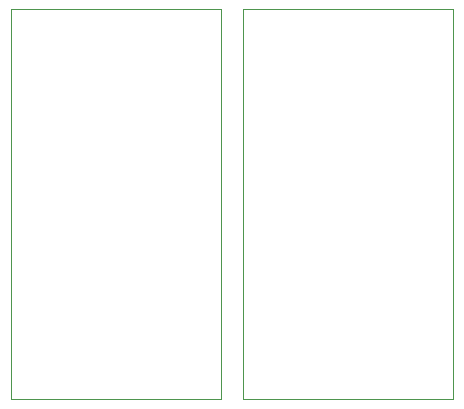
<source format=gbp>
G75*
G70*
%OFA0B0*%
%FSLAX25Y25*%
%IPPOS*%
%LPD*%
%AMOC8*
5,1,8,0,0,1.08239X$1,22.5*
%
%ADD19C,0.00000*%
X0010000Y0010000D02*
G75*
%LPD*%
D19*
X0010000Y0010000D02*
X0010000Y0139960D01*
X0079950Y0139960D01*
X0079950Y0010000D01*
X0010000Y0010000D01*
X0087450Y0010000D02*
G75*
%LPD*%
D19*
X0087450Y0010000D02*
X0087450Y0139960D01*
X0157400Y0139960D01*
X0157400Y0010000D01*
X0087450Y0010000D01*
M02*

</source>
